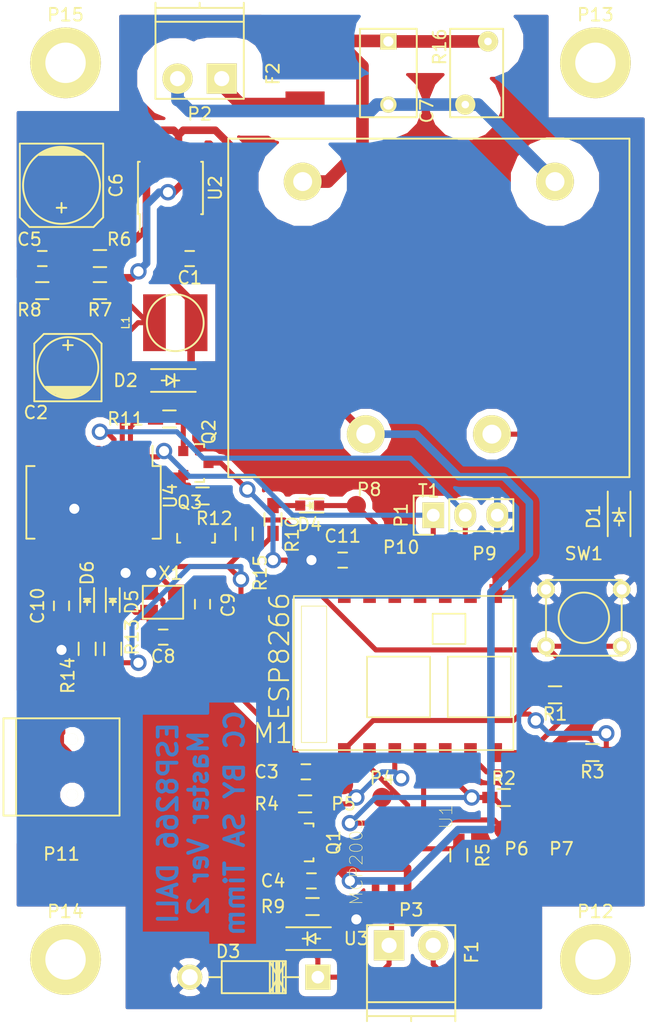
<source format=kicad_pcb>
(kicad_pcb (version 4) (host pcbnew 4.0.2+e4-6225~38~ubuntu14.04.1-stable)
  (layers (0 F.Cu signal) (31 B.Cu signal) (34 B.Paste user hide) (35 F.Paste user hide) (36 B.SilkS user) (37 F.SilkS user) (38 B.Mask user hide) (39 F.Mask user) (44 Edge.Cuts user))
  (net 0 "")
  (net 1 "Net-(C1-Pad1)")
  (net 2 GND)
  (net 3 +3V3)
  (net 4 "Net-(D1-Pad1)")
  (net 5 "Net-(D2-Pad1)")
  (net 6 TXD)
  (net 7 WAKE)
  (net 8 "Net-(Q1-Pad1)")
  (net 9 "Net-(R5-Pad2)")
  (net 10 "Net-(R6-Pad1)")
  (net 11 "Net-(R7-Pad1)")
  (net 12 RXD)
  (net 13 CS)
  (net 14 "Net-(D3-Pad1)")
  (net 15 "Net-(F1-Pad2)")
  (net 16 "Net-(M1-PadGP2)")
  (net 17 "Net-(C4-Pad1)")
  (net 18 "Net-(D4-Pad2)")
  (net 19 "Net-(D4-Pad1)")
  (net 20 +5V)
  (net 21 "Net-(P11-Pad2)")
  (net 22 "Net-(P11-Pad3)")
  (net 23 "Net-(C7-Pad1)")
  (net 24 "Net-(C7-Pad2)")
  (net 25 "Net-(C8-Pad2)")
  (net 26 "Net-(C9-Pad2)")
  (net 27 RST)
  (net 28 FLASH)
  (net 29 "Net-(Q2-Pad1)")
  (net 30 "Net-(Q2-Pad2)")
  (net 31 "Net-(Q3-Pad1)")
  (net 32 "Net-(C10-Pad2)")
  (net 33 "Net-(D5-Pad2)")
  (net 34 "Net-(D5-Pad1)")
  (net 35 "Net-(D6-Pad2)")
  (net 36 "Net-(D6-Pad1)")
  (net 37 "Net-(F2-Pad2)")
  (net 38 URXD)
  (net 39 UTXD)
  (net 40 "Net-(Q1-Pad3)")
  (net 41 "Net-(Q3-Pad2)")
  (module Diodes_SMD:SOD-123 (layer F.Cu) (at 150.876 83.947 270)
    (fp_text reference D1 (at 0 2.032 270) (layer F.SilkS))
    (fp_text value D_Schottky)
    (pad 1 smd rect (at -1.635 0 270) (size 0.91 1.22) (layers F.Cu F.Paste F.Mask) (net 4 "Net-(D1-Pad1)"))
    (pad 2 smd rect (at 1.635 0 270) (size 0.91 1.22) (layers F.Cu F.Paste F.Mask) (net 2 GND))
  )
  (module Diodes_SMD:SOD-123 (layer F.Cu) (at 115.316 73.152 180)
    (fp_text reference D2 (at 3.556 0 180) (layer F.SilkS))
    (fp_text value D_Schottky)
    (pad 1 smd rect (at -1.635 0 180) (size 0.91 1.22) (layers F.Cu F.Paste F.Mask) (net 5 "Net-(D2-Pad1)"))
    (pad 2 smd rect (at 1.635 0 180) (size 0.91 1.22) (layers F.Cu F.Paste F.Mask) (net 2 GND))
  )
  (module MCP2003:SO-08 (layer F.Cu) (at 133.477 111.312 180)
    (fp_text reference U1 (at -3.683 3.616 270) (layer F.SilkS) (effects (font (thickness 0.05))))
    (fp_text value MCP2003 (at 3.429 0.06 270) (layer F.SilkS) (effects (font (thickness 0.05))))
    (pad 2 smd rect (at -0.635 2.6 180) (size 0.6 2.2) (layers F.Cu F.Paste F.Mask) (net 13 CS))
    (pad 7 smd rect (at -0.635 -2.6 180) (size 0.6 2.2) (layers F.Cu F.Paste F.Mask) (net 17 "Net-(C4-Pad1)"))
    (pad 1 smd rect (at -1.905 2.6 180) (size 0.6 2.2) (layers F.Cu F.Paste F.Mask) (net 12 RXD))
    (pad 3 smd rect (at 0.635 2.6 180) (size 0.6 2.2) (layers F.Cu F.Paste F.Mask) (net 40 "Net-(Q1-Pad3)"))
    (pad 4 smd rect (at 1.905 2.6 180) (size 0.6 2.2) (layers F.Cu F.Paste F.Mask) (net 6 TXD))
    (pad 8 smd rect (at -1.905 -2.6 180) (size 0.6 2.2) (layers F.Cu F.Paste F.Mask) (net 9 "Net-(R5-Pad2)"))
    (pad 6 smd rect (at 0.635 -2.6 180) (size 0.6 2.2) (layers F.Cu F.Paste F.Mask) (net 14 "Net-(D3-Pad1)"))
    (pad 5 smd rect (at 1.905 -2.6 180) (size 0.6 2.2) (layers F.Cu F.Paste F.Mask) (net 2 GND))
  )
  (module Housings_SOIC:SOIC-8_3.9x4.9mm_Pitch1.27mm (layer F.Cu) (at 115.316 57.912 90)
    (fp_text reference U2 (at 0 3.556 90) (layer F.SilkS))
    (fp_text value MC34063)
    (pad 1 smd rect (at -2.7 -1.905 90) (size 1.55 0.6) (layers F.Cu F.Paste F.Mask) (net 10 "Net-(R6-Pad1)"))
    (pad 2 smd rect (at -2.7 -0.635 90) (size 1.55 0.6) (layers F.Cu F.Paste F.Mask) (net 5 "Net-(D2-Pad1)"))
    (pad 3 smd rect (at -2.7 0.635 90) (size 1.55 0.6) (layers F.Cu F.Paste F.Mask) (net 1 "Net-(C1-Pad1)"))
    (pad 4 smd rect (at -2.7 1.905 90) (size 1.55 0.6) (layers F.Cu F.Paste F.Mask) (net 2 GND))
    (pad 5 smd rect (at 2.7 1.905 90) (size 1.55 0.6) (layers F.Cu F.Paste F.Mask) (net 11 "Net-(R7-Pad1)"))
    (pad 6 smd rect (at 2.7 0.635 90) (size 1.55 0.6) (layers F.Cu F.Paste F.Mask) (net 17 "Net-(C4-Pad1)"))
    (pad 7 smd rect (at 2.7 -0.635 90) (size 1.55 0.6) (layers F.Cu F.Paste F.Mask) (net 10 "Net-(R6-Pad1)"))
    (pad 8 smd rect (at 2.7 -1.905 90) (size 1.55 0.6) (layers F.Cu F.Paste F.Mask) (net 10 "Net-(R6-Pad1)"))
  )
  (module Pin_Headers:Pin_Header_Straight_1x03 (layer F.Cu) (at 136.144 83.82 90)
    (fp_text reference P1 (at 0 -2.54 90) (layer F.SilkS))
    (fp_text value CONN_01X03)
    (pad 1 thru_hole rect (at 0 0 90) (size 2.032 1.7272) (drill 1.016) (layers *.Cu *.Mask F.SilkS) (net 38 URXD))
    (pad 2 thru_hole oval (at 0 2.54 90) (size 2.032 1.7272) (drill 1.016) (layers *.Cu *.Mask F.SilkS) (net 39 UTXD))
    (pad 3 thru_hole oval (at 0 5.08 90) (size 2.032 1.7272) (drill 1.016) (layers *.Cu *.Mask F.SilkS) (net 2 GND))
  )
  (module TO_SOT_Packages_SMD:SOT-23 (layer F.Cu) (at 126.00178 109.728 270)
    (fp_text reference Q1 (at 0 -2.25 270) (layer F.SilkS))
    (fp_text value Q_NPN_BEC)
    (pad 1 smd rect (at -0.95 1.00076 270) (size 0.8001 0.8001) (layers F.Cu F.Paste F.Mask) (net 8 "Net-(Q1-Pad1)"))
    (pad 2 smd rect (at 0.95 1.00076 270) (size 0.8001 0.8001) (layers F.Cu F.Paste F.Mask) (net 2 GND))
    (pad 3 smd rect (at 0 -0.99822 270) (size 0.8001 0.8001) (layers F.Cu F.Paste F.Mask) (net 40 "Net-(Q1-Pad3)"))
  )
  (module Measurement_Points:Measurement_Point_Round-SMD-Pad_Small (layer F.Cu) (at 132.08 106.172)
    (fp_text reference P4 (at 0 -1.524) (layer F.SilkS))
    (fp_text value TST)
    (pad 1 smd circle (at 0 0) (size 1.524 1.524) (layers F.Cu F.Paste F.Mask) (net 13 CS))
  )
  (module Measurement_Points:Measurement_Point_Round-SMD-Pad_Small (layer F.Cu) (at 129.032 105.156)
    (fp_text reference P5 (at 0 1.524) (layer F.SilkS))
    (fp_text value TST)
    (pad 1 smd circle (at 0 0) (size 1.524 1.524) (layers F.Cu F.Paste F.Mask) (net 7 WAKE))
  )
  (module Measurement_Points:Measurement_Point_Round-SMD-Pad_Small (layer F.Cu) (at 141.732 108.712)
    (fp_text reference P6 (at 1.016 1.524) (layer F.SilkS))
    (fp_text value TST)
    (pad 1 smd circle (at 0 0) (size 1.524 1.524) (layers F.Cu F.Paste F.Mask) (net 12 RXD))
  )
  (module Measurement_Points:Measurement_Point_Round-SMD-Pad_Small (layer F.Cu) (at 144.78 108.712)
    (fp_text reference P7 (at 1.524 1.524) (layer F.SilkS))
    (fp_text value TST)
    (pad 1 smd circle (at 0 0) (size 1.524 1.524) (layers F.Cu F.Paste F.Mask) (net 6 TXD))
  )
  (module Measurement_Points:Measurement_Point_Round-SMD-Pad_Small (layer F.Cu) (at 130.048 83.058)
    (fp_text reference P8 (at 1.016 -1.27) (layer F.SilkS))
    (fp_text value TST)
    (pad 1 smd circle (at 0 0) (size 1.524 1.524) (layers F.Cu F.Paste F.Mask) (net 19 "Net-(D4-Pad1)"))
  )
  (module Measurement_Points:Measurement_Point_Round-SMD-Pad_Small (layer F.Cu) (at 138.176 86.868)
    (fp_text reference P9 (at 2.032 0) (layer F.SilkS))
    (fp_text value TST)
    (pad 1 smd circle (at 0 0) (size 1.524 1.524) (layers F.Cu F.Paste F.Mask) (net 39 UTXD))
  )
  (module Measurement_Points:Measurement_Point_Round-SMD-Pad_Small (layer F.Cu) (at 135.636 86.995)
    (fp_text reference P10 (at -2.032 -0.635) (layer F.SilkS))
    (fp_text value TST)
    (pad 1 smd circle (at 0 0) (size 1.524 1.524) (layers F.Cu F.Paste F.Mask) (net 38 URXD))
  )
  (module Diodes_SMD:SOD-123 (layer F.Cu) (at 126.492 117.348)
    (fp_text reference U3 (at 3.556 0) (layer F.SilkS))
    (fp_text value CRD)
    (pad 1 smd rect (at -1.635 0) (size 0.91 1.22) (layers F.Cu F.Paste F.Mask) (net 14 "Net-(D3-Pad1)"))
    (pad 2 smd rect (at 1.635 0) (size 0.91 1.22) (layers F.Cu F.Paste F.Mask) (net 17 "Net-(C4-Pad1)"))
  )
  (module LEDs:LED_0603 (layer F.Cu) (at 126.3523 83.058 180)
    (fp_text reference D4 (at 0 -1.5 180) (layer F.SilkS))
    (fp_text value LED)
    (pad 2 smd rect (at 0.7493 0) (size 0.79756 0.79756) (layers F.Cu F.Paste F.Mask) (net 18 "Net-(D4-Pad2)"))
    (pad 1 smd rect (at -0.7493 0) (size 0.79756 0.79756) (layers F.Cu F.Paste F.Mask) (net 19 "Net-(D4-Pad1)"))
  )
  (module Capacitors_SMD:c_elec_6.3x7.7 (layer F.Cu) (at 106.68 57.70118 270)
    (fp_text reference C6 (at 0 -4.318 270) (layer F.SilkS))
    (fp_text value CP)
    (pad 1 smd rect (at 2.75082 0 270) (size 3.59918 1.6002) (layers F.Cu F.Paste F.Mask) (net 17 "Net-(C4-Pad1)"))
    (pad 2 smd rect (at -2.75082 0 270) (size 3.59918 1.6002) (layers F.Cu F.Paste F.Mask) (net 2 GND))
  )
  (module Connect:USB_Mini-B (layer F.Cu) (at 106.68 103.75392)
    (fp_text reference P11 (at 0 6.90118) (layer F.SilkS))
    (fp_text value USB_OTG)
    (pad 1 smd rect (at 3.44932 -1.6002) (size 2.30124 0.50038) (layers F.Cu F.Paste F.Mask) (net 20 +5V))
    (pad 2 smd rect (at 3.44932 -0.8001) (size 2.30124 0.50038) (layers F.Cu F.Paste F.Mask) (net 21 "Net-(P11-Pad2)"))
    (pad 3 smd rect (at 3.44932 0) (size 2.30124 0.50038) (layers F.Cu F.Paste F.Mask) (net 22 "Net-(P11-Pad3)"))
    (pad 4 smd rect (at 3.44932 0.8001) (size 2.30124 0.50038) (layers F.Cu F.Paste F.Mask))
    (pad 5 smd rect (at 3.44932 1.6002) (size 2.30124 0.50038) (layers F.Cu F.Paste F.Mask) (net 2 GND))
    (pad 6 smd rect (at 3.35026 -4.45008) (size 2.49936 1.99898) (layers F.Cu F.Paste F.Mask) (net 2 GND))
    (pad 6 smd rect (at -2.14884 -4.45008) (size 2.49936 1.99898) (layers F.Cu F.Paste F.Mask) (net 2 GND))
    (pad 6 smd rect (at 3.35026 4.45008) (size 2.49936 1.99898) (layers F.Cu F.Paste F.Mask) (net 2 GND))
    (pad 6 smd rect (at -2.14884 4.45008) (size 2.49936 1.99898) (layers F.Cu F.Paste F.Mask) (net 2 GND))
    (pad "" np_thru_hole circle (at 0.8509 -2.19964) (size 0.89916 0.89916) (drill 0.89916) (layers *.Cu *.Mask F.SilkS))
    (pad "" np_thru_hole circle (at 0.8509 2.19964) (size 0.89916 0.89916) (drill 0.89916) (layers *.Cu *.Mask F.SilkS))
  )
  (module Capacitors_ThroughHole:C_Rect_L7_W4.5_P5 (layer F.Cu) (at 132.588 46.308 270)
    (fp_text reference C7 (at 5.508 -3.048 270) (layer F.SilkS))
    (fp_text value C)
    (pad 1 thru_hole rect (at 0 0 270) (size 1.3 1.3) (drill 0.8) (layers *.Cu *.Mask F.SilkS) (net 23 "Net-(C7-Pad1)"))
    (pad 2 thru_hole circle (at 5 0 270) (size 1.3 1.3) (drill 0.8) (layers *.Cu *.Mask F.SilkS) (net 24 "Net-(C7-Pad2)"))
  )
  (module Housings_SSOP:SSOP-28_5.3x10.2mm_Pitch0.65mm (layer F.Cu) (at 109.22 82.804 270)
    (fp_text reference U4 (at -0.508 -6.096 270) (layer F.SilkS))
    (fp_text value FT232RL)
    (pad 1 smd rect (at -3.6 -4.225 270) (size 1.75 0.45) (layers F.Cu F.Paste F.Mask) (net 38 URXD))
    (pad 2 smd rect (at -3.6 -3.575 270) (size 1.75 0.45) (layers F.Cu F.Paste F.Mask) (net 30 "Net-(Q2-Pad2)"))
    (pad 3 smd rect (at -3.6 -2.925 270) (size 1.75 0.45) (layers F.Cu F.Paste F.Mask) (net 41 "Net-(Q3-Pad2)"))
    (pad 4 smd rect (at -3.6 -2.275 270) (size 1.75 0.45) (layers F.Cu F.Paste F.Mask) (net 3 +3V3))
    (pad 5 smd rect (at -3.6 -1.625 270) (size 1.75 0.45) (layers F.Cu F.Paste F.Mask) (net 39 UTXD))
    (pad 6 smd rect (at -3.6 -0.975 270) (size 1.75 0.45) (layers F.Cu F.Paste F.Mask))
    (pad 7 smd rect (at -3.6 -0.325 270) (size 1.75 0.45) (layers F.Cu F.Paste F.Mask) (net 2 GND))
    (pad 8 smd rect (at -3.6 0.325 270) (size 1.75 0.45) (layers F.Cu F.Paste F.Mask))
    (pad 9 smd rect (at -3.6 0.975 270) (size 1.75 0.45) (layers F.Cu F.Paste F.Mask))
    (pad 10 smd rect (at -3.6 1.625 270) (size 1.75 0.45) (layers F.Cu F.Paste F.Mask))
    (pad 11 smd rect (at -3.6 2.275 270) (size 1.75 0.45) (layers F.Cu F.Paste F.Mask))
    (pad 12 smd rect (at -3.6 2.925 270) (size 1.75 0.45) (layers F.Cu F.Paste F.Mask))
    (pad 13 smd rect (at -3.6 3.575 270) (size 1.75 0.45) (layers F.Cu F.Paste F.Mask))
    (pad 14 smd rect (at -3.6 4.225 270) (size 1.75 0.45) (layers F.Cu F.Paste F.Mask))
    (pad 15 smd rect (at 3.6 4.225 270) (size 1.75 0.45) (layers F.Cu F.Paste F.Mask) (net 22 "Net-(P11-Pad3)"))
    (pad 16 smd rect (at 3.6 3.575 270) (size 1.75 0.45) (layers F.Cu F.Paste F.Mask) (net 21 "Net-(P11-Pad2)"))
    (pad 17 smd rect (at 3.6 2.925 270) (size 1.75 0.45) (layers F.Cu F.Paste F.Mask) (net 32 "Net-(C10-Pad2)"))
    (pad 18 smd rect (at 3.6 2.275 270) (size 1.75 0.45) (layers F.Cu F.Paste F.Mask) (net 2 GND))
    (pad 19 smd rect (at 3.6 1.625 270) (size 1.75 0.45) (layers F.Cu F.Paste F.Mask))
    (pad 20 smd rect (at 3.6 0.975 270) (size 1.75 0.45) (layers F.Cu F.Paste F.Mask) (net 20 +5V))
    (pad 21 smd rect (at 3.6 0.325 270) (size 1.75 0.45) (layers F.Cu F.Paste F.Mask) (net 2 GND))
    (pad 22 smd rect (at 3.6 -0.325 270) (size 1.75 0.45) (layers F.Cu F.Paste F.Mask) (net 36 "Net-(D6-Pad1)"))
    (pad 23 smd rect (at 3.6 -0.975 270) (size 1.75 0.45) (layers F.Cu F.Paste F.Mask) (net 34 "Net-(D5-Pad1)"))
    (pad 24 smd rect (at 3.6 -1.625 270) (size 1.75 0.45) (layers F.Cu F.Paste F.Mask))
    (pad 25 smd rect (at 3.6 -2.275 270) (size 1.75 0.45) (layers F.Cu F.Paste F.Mask) (net 2 GND))
    (pad 26 smd rect (at 3.6 -2.925 270) (size 1.75 0.45) (layers F.Cu F.Paste F.Mask) (net 2 GND))
    (pad 27 smd rect (at 3.6 -3.575 270) (size 1.75 0.45) (layers F.Cu F.Paste F.Mask) (net 25 "Net-(C8-Pad2)"))
    (pad 28 smd rect (at 3.6 -4.225 270) (size 1.75 0.45) (layers F.Cu F.Paste F.Mask) (net 26 "Net-(C9-Pad2)"))
  )
  (module TO_SOT_Packages_SMD:SOT-23 (layer F.Cu) (at 117.33276 79.69 270)
    (fp_text reference Q2 (at -2.474 -1.03124 270) (layer F.SilkS))
    (fp_text value Q_NPN_BEC)
    (pad 1 smd rect (at -0.95 1.00076 270) (size 0.8001 0.8001) (layers F.Cu F.Paste F.Mask) (net 29 "Net-(Q2-Pad1)"))
    (pad 2 smd rect (at 0.95 1.00076 270) (size 0.8001 0.8001) (layers F.Cu F.Paste F.Mask) (net 30 "Net-(Q2-Pad2)"))
    (pad 3 smd rect (at 0 -0.99822 270) (size 0.8001 0.8001) (layers F.Cu F.Paste F.Mask) (net 28 FLASH))
  )
  (module TO_SOT_Packages_SMD:SOT-23 (layer F.Cu) (at 117.348 85.344 180)
    (fp_text reference Q3 (at 0.508 2.54 180) (layer F.SilkS))
    (fp_text value Q_NPN_BEC)
    (pad 1 smd rect (at -0.95 1.00076 180) (size 0.8001 0.8001) (layers F.Cu F.Paste F.Mask) (net 31 "Net-(Q3-Pad1)"))
    (pad 2 smd rect (at 0.95 1.00076 180) (size 0.8001 0.8001) (layers F.Cu F.Paste F.Mask) (net 41 "Net-(Q3-Pad2)"))
    (pad 3 smd rect (at 0 -0.99822 180) (size 0.8001 0.8001) (layers F.Cu F.Paste F.Mask) (net 27 RST))
  )
  (module LEDs:LED_0603 (layer F.Cu) (at 110.744 90.6907 270)
    (fp_text reference D5 (at 0 -1.5 270) (layer F.SilkS))
    (fp_text value LED)
    (pad 2 smd rect (at 0.7493 0 90) (size 0.79756 0.79756) (layers F.Cu F.Paste F.Mask) (net 33 "Net-(D5-Pad2)"))
    (pad 1 smd rect (at -0.7493 0 90) (size 0.79756 0.79756) (layers F.Cu F.Paste F.Mask) (net 34 "Net-(D5-Pad1)"))
  )
  (module LEDs:LED_0603 (layer F.Cu) (at 108.712 90.6907 270)
    (fp_text reference D6 (at -2.2987 0 270) (layer F.SilkS))
    (fp_text value LED)
    (pad 2 smd rect (at 0.7493 0 90) (size 0.79756 0.79756) (layers F.Cu F.Paste F.Mask) (net 35 "Net-(D6-Pad2)"))
    (pad 1 smd rect (at -0.7493 0 90) (size 0.79756 0.79756) (layers F.Cu F.Paste F.Mask) (net 36 "Net-(D6-Pad1)"))
  )
  (module Capacitors_SMD:C_0603_HandSoldering (layer F.Cu) (at 126.05 104.14 180)
    (fp_text reference C3 (at 3.114 0 180) (layer F.SilkS))
    (fp_text value 100nF)
    (pad 1 smd rect (at -0.95 0 180) (size 1.2 0.75) (layers F.Cu F.Paste F.Mask) (net 3 +3V3))
    (pad 2 smd rect (at 0.95 0 180) (size 1.2 0.75) (layers F.Cu F.Paste F.Mask) (net 2 GND))
  )
  (module Capacitors_SMD:C_0603_HandSoldering (layer F.Cu) (at 126.492 112.776 180)
    (fp_text reference C4 (at 3.048 0 180) (layer F.SilkS))
    (fp_text value C)
    (pad 1 smd rect (at -0.95 0 180) (size 1.2 0.75) (layers F.Cu F.Paste F.Mask) (net 17 "Net-(C4-Pad1)"))
    (pad 2 smd rect (at 0.95 0 180) (size 1.2 0.75) (layers F.Cu F.Paste F.Mask) (net 2 GND))
  )
  (module Capacitors_SMD:C_0603_HandSoldering (layer F.Cu) (at 105.156 63.5)
    (fp_text reference C5 (at -1.016 -1.524) (layer F.SilkS))
    (fp_text value 100n)
    (pad 1 smd rect (at -0.95 0) (size 1.2 0.75) (layers F.Cu F.Paste F.Mask) (net 2 GND))
    (pad 2 smd rect (at 0.95 0) (size 1.2 0.75) (layers F.Cu F.Paste F.Mask) (net 17 "Net-(C4-Pad1)"))
  )
  (module Capacitors_SMD:C_0603_HandSoldering (layer F.Cu) (at 114.742 93.472 180)
    (fp_text reference C8 (at 0 -1.524 180) (layer F.SilkS))
    (fp_text value C)
    (pad 1 smd rect (at -0.95 0 180) (size 1.2 0.75) (layers F.Cu F.Paste F.Mask) (net 2 GND))
    (pad 2 smd rect (at 0.95 0 180) (size 1.2 0.75) (layers F.Cu F.Paste F.Mask) (net 25 "Net-(C8-Pad2)"))
  )
  (module Capacitors_SMD:C_0603_HandSoldering (layer F.Cu) (at 117.856 90.866 90)
    (fp_text reference C9 (at -0.066 2.032 90) (layer F.SilkS))
    (fp_text value C)
    (pad 1 smd rect (at -0.95 0 90) (size 1.2 0.75) (layers F.Cu F.Paste F.Mask) (net 2 GND))
    (pad 2 smd rect (at 0.95 0 90) (size 1.2 0.75) (layers F.Cu F.Paste F.Mask) (net 26 "Net-(C9-Pad2)"))
  )
  (module Capacitors_SMD:C_0603_HandSoldering (layer F.Cu) (at 106.68 90.998 90)
    (fp_text reference C10 (at 0 -1.9 90) (layer F.SilkS))
    (fp_text value C)
    (pad 1 smd rect (at -0.95 0 90) (size 1.2 0.75) (layers F.Cu F.Paste F.Mask) (net 2 GND))
    (pad 2 smd rect (at 0.95 0 90) (size 1.2 0.75) (layers F.Cu F.Paste F.Mask) (net 32 "Net-(C10-Pad2)"))
  )
  (module Capacitors_SMD:C_0603_HandSoldering (layer F.Cu) (at 128.966 87.376)
    (fp_text reference C11 (at 0 -1.9) (layer F.SilkS))
    (fp_text value 470pF)
    (pad 1 smd rect (at -0.95 0) (size 1.2 0.75) (layers F.Cu F.Paste F.Mask) (net 2 GND))
    (pad 2 smd rect (at 0.95 0) (size 1.2 0.75) (layers F.Cu F.Paste F.Mask) (net 27 RST))
  )
  (module Resistors_SMD:R_0603_HandSoldering (layer F.Cu) (at 145.796 98.044)
    (fp_text reference R1 (at 0 1.524) (layer F.SilkS))
    (fp_text value 12k)
    (pad 1 smd rect (at -1.1 0) (size 1.2 0.9) (layers F.Cu F.Paste F.Mask) (net 3 +3V3))
    (pad 2 smd rect (at 1.1 0) (size 1.2 0.9) (layers F.Cu F.Paste F.Mask) (net 28 FLASH))
  )
  (module Resistors_SMD:R_0603_HandSoldering (layer F.Cu) (at 141.732 106.172)
    (fp_text reference R2 (at 0 -1.524) (layer F.SilkS))
    (fp_text value 12k)
    (pad 1 smd rect (at -1.1 0) (size 1.2 0.9) (layers F.Cu F.Paste F.Mask) (net 6 TXD))
    (pad 2 smd rect (at 1.1 0) (size 1.2 0.9) (layers F.Cu F.Paste F.Mask) (net 2 GND))
  )
  (module Resistors_SMD:R_0603_HandSoldering (layer F.Cu) (at 148.76 102.616)
    (fp_text reference R3 (at 0 1.524) (layer F.SilkS))
    (fp_text value 12k)
    (pad 1 smd rect (at -1.1 0) (size 1.2 0.9) (layers F.Cu F.Paste F.Mask) (net 16 "Net-(M1-PadGP2)"))
    (pad 2 smd rect (at 1.1 0) (size 1.2 0.9) (layers F.Cu F.Paste F.Mask) (net 3 +3V3))
  )
  (module Resistors_SMD:R_0603_HandSoldering (layer F.Cu) (at 125.984 106.68 180)
    (fp_text reference R4 (at 3.048 0 180) (layer F.SilkS))
    (fp_text value R)
    (pad 1 smd rect (at -1.1 0 180) (size 1.2 0.9) (layers F.Cu F.Paste F.Mask) (net 7 WAKE))
    (pad 2 smd rect (at 1.1 0 180) (size 1.2 0.9) (layers F.Cu F.Paste F.Mask) (net 8 "Net-(Q1-Pad1)"))
  )
  (module Resistors_SMD:R_0603_HandSoldering (layer F.Cu) (at 138.176 110.744 270)
    (fp_text reference R5 (at 0 -1.9 270) (layer F.SilkS))
    (fp_text value R)
    (pad 1 smd rect (at -1.1 0 270) (size 1.2 0.9) (layers F.Cu F.Paste F.Mask) (net 40 "Net-(Q1-Pad3)"))
    (pad 2 smd rect (at 1.1 0 270) (size 1.2 0.9) (layers F.Cu F.Paste F.Mask) (net 9 "Net-(R5-Pad2)"))
  )
  (module Resistors_SMD:R_0603_HandSoldering (layer F.Cu) (at 109.728 63.5 180)
    (fp_text reference R6 (at -1.524 1.524 180) (layer F.SilkS))
    (fp_text value 1)
    (pad 1 smd rect (at -1.1 0 180) (size 1.2 0.9) (layers F.Cu F.Paste F.Mask) (net 10 "Net-(R6-Pad1)"))
    (pad 2 smd rect (at 1.1 0 180) (size 1.2 0.9) (layers F.Cu F.Paste F.Mask) (net 17 "Net-(C4-Pad1)"))
  )
  (module Resistors_SMD:R_0603_HandSoldering (layer F.Cu) (at 109.728 66.04)
    (fp_text reference R7 (at 0 1.524) (layer F.SilkS))
    (fp_text value 1,8k)
    (pad 1 smd rect (at -1.1 0) (size 1.2 0.9) (layers F.Cu F.Paste F.Mask) (net 11 "Net-(R7-Pad1)"))
    (pad 2 smd rect (at 1.1 0) (size 1.2 0.9) (layers F.Cu F.Paste F.Mask) (net 3 +3V3))
  )
  (module Resistors_SMD:R_0603_HandSoldering (layer F.Cu) (at 105.156 66.04)
    (fp_text reference R8 (at -1.016 1.524) (layer F.SilkS))
    (fp_text value 1k)
    (pad 1 smd rect (at -1.1 0) (size 1.2 0.9) (layers F.Cu F.Paste F.Mask) (net 2 GND))
    (pad 2 smd rect (at 1.1 0) (size 1.2 0.9) (layers F.Cu F.Paste F.Mask) (net 11 "Net-(R7-Pad1)"))
  )
  (module Resistors_SMD:R_0603_HandSoldering (layer F.Cu) (at 126.576 114.808 180)
    (fp_text reference R9 (at 3.132 0 180) (layer F.SilkS))
    (fp_text value R)
    (pad 1 smd rect (at -1.1 0 180) (size 1.2 0.9) (layers F.Cu F.Paste F.Mask) (net 17 "Net-(C4-Pad1)"))
    (pad 2 smd rect (at 1.1 0 180) (size 1.2 0.9) (layers F.Cu F.Paste F.Mask) (net 14 "Net-(D3-Pad1)"))
  )
  (module Resistors_SMD:R_0603_HandSoldering (layer F.Cu) (at 123.444 84.158 90)
    (fp_text reference R10 (at -1.186 1.524 90) (layer F.SilkS))
    (fp_text value 330)
    (pad 1 smd rect (at -1.1 0 90) (size 1.2 0.9) (layers F.Cu F.Paste F.Mask) (net 3 +3V3))
    (pad 2 smd rect (at 1.1 0 90) (size 1.2 0.9) (layers F.Cu F.Paste F.Mask) (net 18 "Net-(D4-Pad2)"))
  )
  (module Resistors_SMD:R_0603_HandSoldering (layer F.Cu) (at 115.232 76.2)
    (fp_text reference R11 (at -3.472 0) (layer F.SilkS))
    (fp_text value 12K)
    (pad 1 smd rect (at -1.1 0) (size 1.2 0.9) (layers F.Cu F.Paste F.Mask) (net 41 "Net-(Q3-Pad2)"))
    (pad 2 smd rect (at 1.1 0) (size 1.2 0.9) (layers F.Cu F.Paste F.Mask) (net 29 "Net-(Q2-Pad1)"))
  )
  (module Resistors_SMD:R_0603_HandSoldering (layer F.Cu) (at 117.856 82.296)
    (fp_text reference R12 (at 0.932 1.778) (layer F.SilkS))
    (fp_text value 12K)
    (pad 1 smd rect (at -1.1 0) (size 1.2 0.9) (layers F.Cu F.Paste F.Mask) (net 30 "Net-(Q2-Pad2)"))
    (pad 2 smd rect (at 1.1 0) (size 1.2 0.9) (layers F.Cu F.Paste F.Mask) (net 31 "Net-(Q3-Pad1)"))
  )
  (module Resistors_SMD:R_0603_HandSoldering (layer F.Cu) (at 110.744 94.404 270)
    (fp_text reference R13 (at -0.932 -1.524 270) (layer F.SilkS))
    (fp_text value 330)
    (pad 1 smd rect (at -1.1 0 270) (size 1.2 0.9) (layers F.Cu F.Paste F.Mask) (net 33 "Net-(D5-Pad2)"))
    (pad 2 smd rect (at 1.1 0 270) (size 1.2 0.9) (layers F.Cu F.Paste F.Mask) (net 3 +3V3))
  )
  (module Resistors_SMD:R_0603_HandSoldering (layer F.Cu) (at 108.712 94.404 270)
    (fp_text reference R14 (at 2.116 1.524 270) (layer F.SilkS))
    (fp_text value 330)
    (pad 1 smd rect (at -1.1 0 270) (size 1.2 0.9) (layers F.Cu F.Paste F.Mask) (net 35 "Net-(D6-Pad2)"))
    (pad 2 smd rect (at 1.1 0 270) (size 1.2 0.9) (layers F.Cu F.Paste F.Mask) (net 3 +3V3))
  )
  (module Resistors_SMD:R_0603_HandSoldering (layer F.Cu) (at 121.158 85.301 270)
    (fp_text reference R15 (at 3.091 -1.27 270) (layer F.SilkS))
    (fp_text value 12k)
    (pad 1 smd rect (at -1.1 0 270) (size 1.2 0.9) (layers F.Cu F.Paste F.Mask) (net 27 RST))
    (pad 2 smd rect (at 1.1 0 270) (size 1.2 0.9) (layers F.Cu F.Paste F.Mask) (net 3 +3V3))
  )
  (module Capacitors_SMD:C_0603_HandSoldering (layer F.Cu) (at 116.84 63.5)
    (fp_text reference C1 (at 0 1.524) (layer F.SilkS))
    (fp_text value 470p)
    (pad 1 smd rect (at -0.95 0) (size 1.2 0.75) (layers F.Cu F.Paste F.Mask) (net 1 "Net-(C1-Pad1)"))
    (pad 2 smd rect (at 0.95 0) (size 1.2 0.75) (layers F.Cu F.Paste F.Mask) (net 2 GND))
  )
  (module ESP8266:ESP8266-ESP-03 (layer F.Cu) (at 125.09754 102.41788)
    (fp_text reference M1 (at -1.65354 -1.32588) (layer F.SilkS))
    (fp_text value ESP8266 (at -1.14554 -7.42188 90) (layer F.SilkS))
    (pad ANT smd rect (at 3.99796 -12.39774 90) (size 1.4986 0.99822) (layers F.Cu F.Paste F.Mask))
    (pad CH_P smd rect (at 5.99948 -12.39774 90) (size 1.4986 0.99822) (layers F.Cu F.Paste F.Mask) (net 27 RST))
    (pad GND smd rect (at 15.99946 -12.39774 90) (size 1.4986 0.99822) (layers F.Cu F.Paste F.Mask) (net 2 GND))
    (pad GP0 smd rect (at 15.99946 0.19812 90) (size 1.4986 0.99822) (layers F.Cu F.Paste F.Mask) (net 28 FLASH))
    (pad GP2 smd rect (at 13.99794 0.19812 90) (size 1.4986 0.99822) (layers F.Cu F.Paste F.Mask) (net 16 "Net-(M1-PadGP2)"))
    (pad GP12 smd rect (at 7.99846 0.19812 90) (size 1.4986 0.99822) (layers F.Cu F.Paste F.Mask) (net 7 WAKE))
    (pad GP13 smd rect (at 9.99998 0.19812 90) (size 1.4986 0.99822) (layers F.Cu F.Paste F.Mask) (net 12 RXD))
    (pad GP14 smd rect (at 5.99948 0.19812 90) (size 1.4986 0.99822) (layers F.Cu F.Paste F.Mask) (net 13 CS))
    (pad GP15 smd rect (at 11.99896 0.19812 90) (size 1.4986 0.99822) (layers F.Cu F.Paste F.Mask) (net 6 TXD))
    (pad GP18 smd rect (at 7.99846 -12.39774 90) (size 1.4986 0.99822) (layers F.Cu F.Paste F.Mask) (net 19 "Net-(D4-Pad1)"))
    (pad NC smd rect (at 13.99794 -12.39774 90) (size 1.4986 0.99822) (layers F.Cu F.Paste F.Mask))
    (pad URXD smd rect (at 9.99998 -12.39774 90) (size 1.4986 0.99822) (layers F.Cu F.Paste F.Mask) (net 38 URXD))
    (pad UTXD smd rect (at 11.99896 -12.39774 90) (size 1.4986 0.99822) (layers F.Cu F.Paste F.Mask) (net 39 UTXD))
    (pad VCC smd rect (at 3.99796 0.19812 90) (size 1.4986 0.99822) (layers F.Cu F.Paste F.Mask) (net 3 +3V3))
  )
  (module Diodes_ThroughHole:Diode_DO-41_SOD81_Horizontal_RM10 (layer F.Cu) (at 127 120.396 180)
    (fp_text reference D3 (at 7.112 2.032 180) (layer F.SilkS))
    (fp_text value ZENER)
    (pad 2 thru_hole circle (at 10.16 -0.00254) (size 1.99898 1.99898) (drill 1.27) (layers *.Cu *.Mask F.SilkS) (net 2 GND))
    (pad 1 thru_hole rect (at 0 -0.00254) (size 1.99898 1.99898) (drill 1.00076) (layers *.Cu *.Mask F.SilkS) (net 14 "Net-(D3-Pad1)"))
  )
  (module Fuse_TE:FUSE_2410 (layer F.Cu) (at 141.732 118.324 270)
    (fp_text reference F1 (at 0.1 2.54 270) (layer F.SilkS))
    (fp_text value F_Small)
    (pad 1 smd rect (at -2.5 0 270) (size 2 3.1) (layers F.Cu F.Paste F.Mask) (net 2 GND))
    (pad 2 smd rect (at 2.5 0 270) (size 2 3.1) (layers F.Cu F.Paste F.Mask) (net 15 "Net-(F1-Pad2)"))
  )
  (module Fuse_TE:FUSE_2410 (layer F.Cu) (at 125.984 48.768 270)
    (fp_text reference F2 (at 0.1 2.54 270) (layer F.SilkS))
    (fp_text value FUSE)
    (pad 1 smd rect (at -2.5 0 270) (size 2 3.1) (layers F.Cu F.Paste F.Mask) (net 23 "Net-(C7-Pad1)"))
    (pad 2 smd rect (at 2.5 0 270) (size 2 3.1) (layers F.Cu F.Paste F.Mask) (net 37 "Net-(F2-Pad2)"))
  )
  (module SDR0403:BOURNS-SDR0403 (layer F.Cu) (at 115.698 68.58 90)
    (fp_text reference L1 (at 0 -3.938 90) (layer F.SilkS) (effects (font (size 0.6 0.6) (thickness 0.1))))
    (fp_text value INDUCTOR)
    (pad 1 smd rect (at 0 -1.65 90) (size 4.5 1.8) (layers F.Cu F.Paste F.Mask) (net 3 +3V3))
    (pad 2 smd rect (at 0 1.65 90) (size 4.5 1.8) (layers F.Cu F.Paste F.Mask) (net 5 "Net-(D2-Pad1)"))
  )
  (module Crystals:crystal_FA238-TSX3225 (layer F.Cu) (at 114.724 90.716)
    (fp_text reference X1 (at 0.592 -2.3) (layer F.SilkS))
    (fp_text value CRYSTAL_SMD)
    (pad 1 smd rect (at -1.1 0.8) (size 1.4 1.2) (layers F.Cu F.Paste F.Mask) (net 25 "Net-(C8-Pad2)"))
    (pad 3 smd rect (at 1.1 0.8) (size 1.4 1.2) (layers F.Cu F.Paste F.Mask) (net 2 GND))
    (pad 3 smd rect (at -1.1 -0.8) (size 1.4 1.2) (layers F.Cu F.Paste F.Mask) (net 2 GND))
    (pad 2 smd rect (at 1.1 -0.8) (size 1.4 1.2) (layers F.Cu F.Paste F.Mask) (net 26 "Net-(C9-Pad2)"))
  )
  (module Capacitors_SMD:c_elec_5x5.3 (layer F.Cu) (at 107.188 72.136 90)
    (fp_text reference C2 (at -3.556 -2.54 180) (layer F.SilkS))
    (fp_text value CP)
    (pad 1 smd rect (at 2.19964 0 90) (size 2.99974 1.6002) (layers F.Cu F.Paste F.Mask) (net 3 +3V3))
    (pad 2 smd rect (at -2.19964 0 90) (size 2.99974 1.6002) (layers F.Cu F.Paste F.Mask) (net 2 GND))
  )
  (module Varistors:RV_Disc_D7_W4.2_P5 (layer F.Cu) (at 140.484 46.308 270)
    (fp_text reference R16 (at 0.428 3.832 270) (layer F.SilkS))
    (fp_text value RVAR)
    (pad 1 thru_hole circle (at 0 0 270) (size 1.6 1.6) (drill 0.6) (layers *.Cu *.Mask F.SilkS) (net 23 "Net-(C7-Pad1)"))
    (pad 2 thru_hole circle (at 5 1.8 270) (size 1.6 1.6) (drill 0.6) (layers *.Cu *.Mask F.SilkS) (net 24 "Net-(C7-Pad2)"))
  )
  (module Mounting_Holes:MountingHole_3.2mm_M3_DIN965_Pad (layer F.Cu) (at 149 119)
    (fp_text reference P12 (at 0 -3.8) (layer F.SilkS))
    (fp_text value CONN_01X01)
    (pad 1 thru_hole circle (at 0 0) (size 5.6 5.6) (drill 3.2) (layers *.Cu *.Mask F.SilkS))
  )
  (module Mounting_Holes:MountingHole_3.2mm_M3_DIN965_Pad (layer F.Cu) (at 149 48)
    (fp_text reference P13 (at 0 -3.8) (layer F.SilkS))
    (fp_text value CONN_01X01)
    (pad 1 thru_hole circle (at 0 0) (size 5.6 5.6) (drill 3.2) (layers *.Cu *.Mask F.SilkS))
  )
  (module Mounting_Holes:MountingHole_3.2mm_M3_DIN965_Pad (layer F.Cu) (at 107 119)
    (fp_text reference P14 (at 0 -3.8) (layer F.SilkS))
    (fp_text value CONN_01X01)
    (pad 1 thru_hole circle (at 0 0) (size 5.6 5.6) (drill 3.2) (layers *.Cu *.Mask F.SilkS))
  )
  (module Mounting_Holes:MountingHole_3.2mm_M3_DIN965_Pad (layer F.Cu) (at 107 48)
    (fp_text reference P15 (at 0 -3.8) (layer F.SilkS))
    (fp_text value CONN_01X01)
    (pad 1 thru_hole circle (at 0 0) (size 5.6 5.6) (drill 3.2) (layers *.Cu *.Mask F.SilkS))
  )
  (module VTX-214-003-115:VTX-214-003-115 (layer F.Cu) (at 135.796 67.404)
    (fp_text reference T1 (at 0 14.5) (layer F.SilkS))
    (fp_text value TRANSFO)
    (pad 1 thru_hole circle (at 10 -10) (size 3 3) (drill 1.5) (layers *.Cu *.Mask F.SilkS) (net 24 "Net-(C7-Pad2)"))
    (pad 2 thru_hole circle (at -10 -10) (size 3 3) (drill 1.5) (layers *.Cu *.Mask F.SilkS) (net 23 "Net-(C7-Pad1)"))
    (pad 3 thru_hole circle (at -5 10) (size 3 3) (drill 1.5) (layers *.Cu *.Mask F.SilkS) (net 17 "Net-(C4-Pad1)"))
    (pad 4 thru_hole circle (at 5 10) (size 3 3) (drill 1.5) (layers *.Cu *.Mask F.SilkS) (net 4 "Net-(D1-Pad1)"))
  )
  (module Taster:SW_PUSH_SMALL (layer F.Cu) (at 148.082 91.948)
    (fp_text reference SW1 (at 0 -5.08) (layer F.SilkS))
    (fp_text value SW_PUSH)
    (pad 1 thru_hole circle (at 3 -2.25) (size 1.397 1.397) (drill 0.8128) (layers *.Cu *.Mask F.SilkS) (net 2 GND))
    (pad 2 thru_hole circle (at 3 2.25) (size 1.397 1.397) (drill 0.8128) (layers *.Cu *.Mask F.SilkS) (net 28 FLASH))
    (pad 1 thru_hole circle (at -3 -2.25) (size 1.397 1.397) (drill 0.8128) (layers *.Cu *.Mask F.SilkS) (net 2 GND))
    (pad 2 thru_hole circle (at -3 2.25) (size 1.397 1.397) (drill 0.8128) (layers *.Cu *.Mask F.SilkS) (net 28 FLASH))
  )
  (module Stecker:TerminalBlock_Pheonix_PT-3.5mm_2pol (layer F.Cu) (at 119.38 47.752 180)
    (fp_text reference P2 (at 1.75 -4.3 180) (layer F.SilkS))
    (fp_text value CONN_01X02)
    (pad 2 thru_hole circle (at 3.5 -1.5 180) (size 2.4 2.4) (drill 1.2) (layers *.Cu *.Mask F.SilkS) (net 24 "Net-(C7-Pad2)"))
    (pad 1 thru_hole rect (at 0 -1.5 180) (size 2.4 2.4) (drill 1.2) (layers *.Cu *.Mask F.SilkS) (net 37 "Net-(F2-Pad2)"))
  )
  (module Stecker:TerminalBlock_Pheonix_PT-3.5mm_2pol (layer F.Cu) (at 132.644 119.38)
    (fp_text reference P3 (at 1.75 -4.3) (layer F.SilkS))
    (fp_text value CONN_01X02)
    (pad 2 thru_hole circle (at 3.5 -1.5) (size 2.4 2.4) (drill 1.2) (layers *.Cu *.Mask F.SilkS) (net 15 "Net-(F1-Pad2)"))
    (pad 1 thru_hole rect (at 0 -1.5) (size 2.4 2.4) (drill 1.2) (layers *.Cu *.Mask F.SilkS) (net 14 "Net-(D3-Pad1)"))
  )
  (gr_text "ESP8266 DALI\nMaster Ver 2" (at 116.332 108.204 90) (layer B.Cu) (effects (font (size 1.5 1.5) (thickness 0.3)) (justify mirror)))
  (gr_text "CC BY SA Timm" (at 120.396 108.204 90) (layer B.Cu) (effects (font (size 1.5 1.5) (thickness 0.3)) (justify mirror)))
  (segment (start 115.89 63.5) (end 115.89 60.673) (width 0.6) (layer F.Cu) (net 1))
  (segment (start 115.89 60.673) (end 115.951 60.612) (width 0.6) (layer F.Cu) (net 1))
  (segment (start 130.048 115.824) (end 130.048 118.364) (width 0.4) (layer B.Cu) (net 2))
  (segment (start 130.048 114.736) (end 130.048 115.824) (width 0.4) (layer F.Cu) (net 2))
  (via (at 130.048 115.824) (size 1.3) (drill 0.8) (layers F.Cu B.Cu) (net 2))
  (segment (start 131.572 113.912) (end 130.872 113.912) (width 0.4) (layer F.Cu) (net 2))
  (segment (start 130.872 113.912) (end 130.048 114.736) (width 0.4) (layer F.Cu) (net 2))
  (via (at 126.492 87.376) (size 1.3) (drill 0.8) (layers F.Cu B.Cu) (net 2))
  (via (at 107.696 83.312) (size 1.3) (drill 0.8) (layers F.Cu B.Cu) (net 2))
  (segment (start 106.68 91.948) (end 106.68 94.488) (width 0.4) (layer F.Cu) (net 2))
  (via (at 106.68 94.488) (size 1.3) (drill 0.8) (layers F.Cu B.Cu) (net 2))
  (segment (start 106.68 93.98) (end 106.68 94.488) (width 0.4) (layer F.Cu) (net 2))
  (segment (start 108.895 86.404) (end 108.895 84.511) (width 0.4) (layer F.Cu) (net 2))
  (segment (start 108.895 84.511) (end 107.696 83.312) (width 0.4) (layer F.Cu) (net 2))
  (segment (start 110.12932 105.35412) (end 111.67994 105.35412) (width 0.4) (layer F.Cu) (net 2))
  (segment (start 111.67994 105.35412) (end 111.98982 105.664) (width 0.4) (layer F.Cu) (net 2))
  (segment (start 111.98982 105.664) (end 111.98982 107.89412) (width 0.4) (layer F.Cu) (net 2))
  (segment (start 111.98982 107.89412) (end 111.67994 108.204) (width 0.4) (layer F.Cu) (net 2))
  (segment (start 111.67994 108.204) (end 110.03026 108.204) (width 0.4) (layer F.Cu) (net 2))
  (segment (start 109.728 80.662) (end 109.728 81.28) (width 0.4) (layer F.Cu) (net 2))
  (segment (start 109.728 81.28) (end 107.696 83.312) (width 0.4) (layer F.Cu) (net 2))
  (segment (start 106.945 84.571) (end 106.945 84.063) (width 0.4) (layer F.Cu) (net 2))
  (segment (start 106.945 84.063) (end 107.696 83.312) (width 0.4) (layer F.Cu) (net 2))
  (segment (start 106.945 86.404) (end 106.945 84.571) (width 0.4) (layer F.Cu) (net 2))
  (segment (start 109.545 79.204) (end 109.545 80.479) (width 0.4) (layer F.Cu) (net 2))
  (segment (start 109.545 80.479) (end 109.728 80.662) (width 0.4) (layer F.Cu) (net 2))
  (segment (start 128.016 87.376) (end 126.492 87.376) (width 0.4) (layer F.Cu) (net 2))
  (segment (start 111.495 86.404) (end 112.145 86.404) (width 0.4) (layer F.Cu) (net 2))
  (segment (start 111.76 88.064) (end 111.76 88.392) (width 0.4) (layer F.Cu) (net 2))
  (via (at 111.76 88.392) (size 1) (drill 0.8) (layers F.Cu B.Cu) (net 2))
  (segment (start 112.145 86.404) (end 112.145 87.679) (width 0.4) (layer F.Cu) (net 2))
  (segment (start 112.145 87.679) (end 111.76 88.064) (width 0.4) (layer F.Cu) (net 2))
  (segment (start 113.792 88.392) (end 113.792 88.9) (width 0.4) (layer B.Cu) (net 2))
  (segment (start 113.792 88.748) (end 113.792 88.392) (width 0.4) (layer F.Cu) (net 2))
  (via (at 113.792 88.392) (size 1) (drill 0.8) (layers F.Cu B.Cu) (net 2))
  (segment (start 113.624 89.916) (end 113.624 88.916) (width 0.4) (layer F.Cu) (net 2))
  (segment (start 113.624 88.916) (end 113.792 88.748) (width 0.4) (layer F.Cu) (net 2))
  (segment (start 115.824 91.516) (end 115.824 93.34) (width 0.4) (layer F.Cu) (net 2))
  (segment (start 115.824 93.34) (end 115.692 93.472) (width 0.4) (layer F.Cu) (net 2))
  (segment (start 115.824 91.516) (end 115.392 91.516) (width 0.4) (layer F.Cu) (net 2))
  (segment (start 114.724001 90.848001) (end 114.724001 90.595999) (width 0.4) (layer F.Cu) (net 2))
  (segment (start 115.392 91.516) (end 114.724001 90.848001) (width 0.4) (layer F.Cu) (net 2))
  (segment (start 114.724001 90.595999) (end 114.044002 89.916) (width 0.4) (layer F.Cu) (net 2))
  (segment (start 114.044002 89.916) (end 113.624 89.916) (width 0.4) (layer F.Cu) (net 2))
  (via (at 144.272 100.076) (size 1.3) (drill 0.8) (layers F.Cu B.Cu) (net 3))
  (via (at 149.86 101.092) (size 1.3) (drill 0.8) (layers F.Cu B.Cu) (net 3))
  (segment (start 110.744 95.504) (end 112.776 95.504) (width 0.4) (layer F.Cu) (net 3))
  (segment (start 108.712 95.504) (end 110.744 95.504) (width 0.4) (layer F.Cu) (net 3))
  (segment (start 112.776 95.504) (end 112.268 94.996) (width 0.4) (layer B.Cu) (net 3))
  (segment (start 112.268 95.504) (end 112.776 95.504) (width 0.4) (layer F.Cu) (net 3))
  (via (at 112.776 95.504) (size 1.3) (drill 0.8) (layers F.Cu B.Cu) (net 3))
  (segment (start 120.904 98.269) (end 120.904 88.9) (width 0.4) (layer F.Cu) (net 3))
  (segment (start 120.904 88.9) (end 120.904 87.884) (width 0.4) (layer B.Cu) (net 3))
  (segment (start 119.888 87.884) (end 120.904 88.9) (width 0.4) (layer F.Cu) (net 3))
  (via (at 120.904 88.9) (size 1.3) (drill 0.8) (layers F.Cu B.Cu) (net 3))
  (segment (start 119.825 87.884) (end 119.888 87.884) (width 0.4) (layer F.Cu) (net 3))
  (segment (start 115.316 87.884) (end 119.825 87.884) (width 0.4) (layer F.Cu) (net 3))
  (segment (start 115.292013 87.860013) (end 115.316 87.884) (width 0.4) (layer F.Cu) (net 3))
  (segment (start 111.495 81.015) (end 115.292013 84.812013) (width 0.4) (layer F.Cu) (net 3))
  (segment (start 111.495 79.204) (end 111.495 81.015) (width 0.4) (layer F.Cu) (net 3))
  (segment (start 115.292013 84.812013) (end 115.292013 87.860013) (width 0.4) (layer F.Cu) (net 3))
  (segment (start 120.904 98.269) (end 126.775 104.14) (width 0.4) (layer F.Cu) (net 3))
  (segment (start 126.775 104.14) (end 127 104.14) (width 0.4) (layer F.Cu) (net 3))
  (segment (start 127 104.14) (end 127.5715 104.14) (width 0.4) (layer F.Cu) (net 3))
  (segment (start 127.5715 104.14) (end 129.0955 102.616) (width 0.4) (layer F.Cu) (net 3))
  (segment (start 144.546 98.044) (end 143.022 99.568) (width 0.4) (layer F.Cu) (net 3))
  (segment (start 143.022 99.568) (end 142.514 100.076) (width 0.4) (layer F.Cu) (net 3))
  (segment (start 144.272 100.076) (end 143.764 99.568) (width 0.4) (layer F.Cu) (net 3))
  (segment (start 143.764 99.568) (end 143.022 99.568) (width 0.4) (layer F.Cu) (net 3))
  (segment (start 145.288 101.092) (end 144.272 100.076) (width 0.4) (layer B.Cu) (net 3))
  (segment (start 149.86 101.092) (end 145.288 101.092) (width 0.4) (layer B.Cu) (net 3))
  (segment (start 149.86 101.766) (end 149.86 101.092) (width 0.4) (layer F.Cu) (net 3))
  (segment (start 149.86 102.616) (end 149.86 101.766) (width 0.4) (layer F.Cu) (net 3))
  (segment (start 116.84 87.884) (end 120.904 87.884) (width 0.4) (layer B.Cu) (net 3))
  (segment (start 112.268 92.456) (end 116.84 87.884) (width 0.4) (layer B.Cu) (net 3))
  (segment (start 112.268 94.996) (end 112.268 92.456) (width 0.4) (layer B.Cu) (net 3))
  (segment (start 142.514 100.076) (end 131.38531 100.076) (width 0.4) (layer F.Cu) (net 3))
  (segment (start 131.38531 100.076) (end 129.0955 102.36581) (width 0.4) (layer F.Cu) (net 3))
  (segment (start 129.0955 102.36581) (end 129.0955 102.616) (width 0.4) (layer F.Cu) (net 3))
  (segment (start 144.696 98.044) (end 144.546 98.044) (width 0.4) (layer F.Cu) (net 3))
  (segment (start 121.158 86.551) (end 121.158 86.401) (width 0.4) (layer F.Cu) (net 3))
  (segment (start 119.825 87.884) (end 121.158 86.551) (width 0.4) (layer F.Cu) (net 3))
  (segment (start 123.444 85.258) (end 123.444 85.408) (width 0.4) (layer F.Cu) (net 3))
  (segment (start 123.444 85.408) (end 122.451 86.401) (width 0.4) (layer F.Cu) (net 3))
  (segment (start 122.451 86.401) (end 121.158 86.401) (width 0.4) (layer F.Cu) (net 3))
  (segment (start 111.495 79.204) (end 111.495 69.833) (width 0.4) (layer F.Cu) (net 3))
  (segment (start 111.495 69.833) (end 112.748 68.58) (width 0.4) (layer F.Cu) (net 3))
  (segment (start 112.748 68.58) (end 114.048 68.58) (width 0.4) (layer F.Cu) (net 3))
  (segment (start 107.188 69.93636) (end 108.3881 69.93636) (width 0.4) (layer F.Cu) (net 3))
  (segment (start 108.3881 69.93636) (end 110.828 67.49646) (width 0.4) (layer F.Cu) (net 3))
  (segment (start 110.828 67.49646) (end 110.828 66.89) (width 0.4) (layer F.Cu) (net 3))
  (segment (start 110.828 66.89) (end 110.828 66.04) (width 0.4) (layer F.Cu) (net 3))
  (segment (start 110.828 66.04) (end 110.978 66.04) (width 0.4) (layer F.Cu) (net 3))
  (segment (start 110.978 66.04) (end 113.518 68.58) (width 0.4) (layer F.Cu) (net 3))
  (segment (start 113.518 68.58) (end 114.048 68.58) (width 0.4) (layer F.Cu) (net 3))
  (segment (start 140.796 77.404) (end 146.823 77.404) (width 0.4) (layer F.Cu) (net 4))
  (segment (start 146.823 77.404) (end 150.876 81.457) (width 0.4) (layer F.Cu) (net 4))
  (segment (start 150.876 81.457) (end 150.876 82.312) (width 0.4) (layer F.Cu) (net 4))
  (segment (start 116.951 73.152) (end 116.951 68.977) (width 0.6) (layer F.Cu) (net 5))
  (segment (start 116.951 68.977) (end 117.348 68.58) (width 0.6) (layer F.Cu) (net 5))
  (segment (start 114.681 60.612) (end 114.681 64.563) (width 0.6) (layer F.Cu) (net 5))
  (segment (start 114.681 64.563) (end 117.348 67.23) (width 0.6) (layer F.Cu) (net 5))
  (segment (start 117.348 67.23) (end 117.348 68.58) (width 0.6) (layer F.Cu) (net 5))
  (segment (start 137.0965 102.616) (end 137.0965 104.0765) (width 0.4) (layer F.Cu) (net 6))
  (segment (start 137.0965 104.0765) (end 139.192 106.172) (width 0.4) (layer F.Cu) (net 6))
  (via (at 129.54 108.204) (size 1.3) (drill 0.8) (layers F.Cu B.Cu) (net 6))
  (via (at 139.192 106.172) (size 1.3) (drill 0.8) (layers F.Cu B.Cu) (net 6))
  (segment (start 140.632 106.172) (end 140.911762 106.172) (width 0.4) (layer F.Cu) (net 6))
  (segment (start 140.911762 106.172) (end 143.451762 108.712) (width 0.4) (layer F.Cu) (net 6))
  (segment (start 143.451762 108.712) (end 143.70237 108.712) (width 0.4) (layer F.Cu) (net 6))
  (segment (start 143.70237 108.712) (end 144.78 108.712) (width 0.4) (layer F.Cu) (net 6))
  (segment (start 129.54 108.204) (end 131.064 108.204) (width 0.4) (layer F.Cu) (net 6))
  (segment (start 131.064 108.204) (end 131.572 108.712) (width 0.4) (layer F.Cu) (net 6))
  (segment (start 131.572 106.172) (end 129.54 108.204) (width 0.4) (layer B.Cu) (net 6))
  (segment (start 139.192 106.172) (end 131.572 106.172) (width 0.4) (layer B.Cu) (net 6))
  (segment (start 140.632 106.172) (end 139.192 106.172) (width 0.4) (layer F.Cu) (net 6))
  (segment (start 137.0965 102.616) (end 137.0965 102.86619) (width 0.4) (layer F.Cu) (net 6))
  (segment (start 140.40231 106.172) (end 140.632 106.172) (width 0.4) (layer F.Cu) (net 6))
  (segment (start 130.048 106.172) (end 129.032 105.156) (width 0.4) (layer F.Cu) (net 7))
  (segment (start 129.54 106.68) (end 130.048 106.172) (width 0.4) (layer F.Cu) (net 7))
  (segment (start 130.556 105.664) (end 130.048 106.172) (width 0.4) (layer B.Cu) (net 7))
  (via (at 130.048 106.172) (size 1.3) (drill 0.8) (layers F.Cu B.Cu) (net 7))
  (segment (start 133.604 104.648) (end 133.096 104.14) (width 0.4) (layer F.Cu) (net 7))
  (segment (start 133.096 104.14) (end 133.604 104.648) (width 0.4) (layer B.Cu) (net 7))
  (via (at 133.604 104.648) (size 1.3) (drill 0.8) (layers F.Cu B.Cu) (net 7))
  (segment (start 133.096 104.14) (end 133.096 102.616) (width 0.4) (layer F.Cu) (net 7))
  (segment (start 132.08 104.14) (end 133.096 104.14) (width 0.4) (layer B.Cu) (net 7))
  (segment (start 130.556 105.664) (end 132.08 104.14) (width 0.4) (layer B.Cu) (net 7))
  (segment (start 127.084 106.68) (end 129.54 106.68) (width 0.4) (layer F.Cu) (net 7))
  (segment (start 124.884 106.68) (end 124.884 108.66098) (width 0.4) (layer F.Cu) (net 8))
  (segment (start 124.884 108.66098) (end 125.00102 108.778) (width 0.4) (layer F.Cu) (net 8))
  (segment (start 138.176 111.844) (end 137.45 111.844) (width 0.4) (layer F.Cu) (net 9))
  (segment (start 137.45 111.844) (end 135.382 113.912) (width 0.4) (layer F.Cu) (net 9))
  (segment (start 113.411 60.612) (end 113.411 55.212) (width 0.6) (layer F.Cu) (net 10))
  (segment (start 114.681 55.212) (end 113.411 55.212) (width 0.6) (layer F.Cu) (net 10))
  (segment (start 110.828 63.5) (end 110.998 63.5) (width 0.6) (layer F.Cu) (net 10))
  (segment (start 110.998 63.5) (end 113.411 61.087) (width 0.6) (layer F.Cu) (net 10))
  (segment (start 113.411 61.087) (end 113.411 60.612) (width 0.6) (layer F.Cu) (net 10))
  (segment (start 115.118126 58.245889) (end 114.41102 58.245889) (width 0.6) (layer B.Cu) (net 11))
  (segment (start 114.41102 58.245889) (end 113.425999 59.23091) (width 0.6) (layer B.Cu) (net 11))
  (segment (start 113.425999 59.23091) (end 113.425999 63.866001) (width 0.6) (layer B.Cu) (net 11))
  (segment (start 113.425999 63.866001) (end 112.776 64.516) (width 0.6) (layer B.Cu) (net 11))
  (via (at 115.118126 58.245889) (size 1.3) (drill 0.8) (layers F.Cu B.Cu) (net 11))
  (via (at 112.776 64.516) (size 1.3) (drill 0.8) (layers F.Cu B.Cu) (net 11))
  (segment (start 108.712 65.024) (end 112.268 65.024) (width 0.6) (layer F.Cu) (net 11))
  (segment (start 112.268 65.024) (end 112.776 64.516) (width 0.6) (layer F.Cu) (net 11))
  (segment (start 108.628 65.108) (end 108.712 65.024) (width 0.6) (layer F.Cu) (net 11))
  (segment (start 108.628 66.04) (end 108.628 65.108) (width 0.6) (layer F.Cu) (net 11))
  (segment (start 115.562111 58.245889) (end 115.118126 58.245889) (width 0.6) (layer F.Cu) (net 11))
  (segment (start 117.221 56.587) (end 115.562111 58.245889) (width 0.6) (layer F.Cu) (net 11))
  (segment (start 117.221 55.212) (end 117.221 56.587) (width 0.6) (layer F.Cu) (net 11))
  (segment (start 106.256 66.04) (end 108.628 66.04) (width 0.6) (layer F.Cu) (net 11))
  (segment (start 135.382 104.394) (end 135.09752 104.10952) (width 0.4) (layer F.Cu) (net 12))
  (segment (start 135.09752 104.10952) (end 135.09752 102.616) (width 0.4) (layer F.Cu) (net 12))
  (segment (start 135.382 108.712) (end 135.382 104.394) (width 0.4) (layer F.Cu) (net 12))
  (segment (start 135.382 108.712) (end 136.082 108.712) (width 0.4) (layer F.Cu) (net 12))
  (segment (start 136.082 108.712) (end 136.843999 107.950001) (width 0.4) (layer F.Cu) (net 12))
  (segment (start 136.843999 107.950001) (end 140.970001 107.950001) (width 0.4) (layer F.Cu) (net 12))
  (segment (start 140.970001 107.950001) (end 141.732 108.712) (width 0.4) (layer F.Cu) (net 12))
  (segment (start 131.09702 103.7653) (end 132.99572 105.664) (width 0.4) (layer F.Cu) (net 13))
  (segment (start 132.99572 105.664) (end 134.112 106.78028) (width 0.4) (layer F.Cu) (net 13))
  (segment (start 132.08 106.172) (end 132.48772 106.172) (width 0.4) (layer F.Cu) (net 13))
  (segment (start 132.48772 106.172) (end 132.99572 105.664) (width 0.4) (layer F.Cu) (net 13))
  (segment (start 131.09702 102.616) (end 131.09702 103.7653) (width 0.4) (layer F.Cu) (net 13))
  (segment (start 134.112 106.78028) (end 134.112 107.212) (width 0.4) (layer F.Cu) (net 13))
  (segment (start 134.112 107.212) (end 134.112 108.712) (width 0.4) (layer F.Cu) (net 13))
  (segment (start 132.644 119.38) (end 132.644 117.88) (width 0.4) (layer F.Cu) (net 14))
  (segment (start 132.842 113.912) (end 132.842 117.682) (width 0.4) (layer F.Cu) (net 14))
  (segment (start 132.842 117.682) (end 132.644 117.88) (width 0.4) (layer F.Cu) (net 14))
  (segment (start 127 118.872) (end 125.476 117.348) (width 0.4) (layer F.Cu) (net 14))
  (segment (start 127 120.39854) (end 127 118.872) (width 0.4) (layer F.Cu) (net 14))
  (segment (start 125.34895 117.348) (end 124.857 117.348) (width 0.4) (layer F.Cu) (net 14))
  (segment (start 127 120.39854) (end 131.62546 120.39854) (width 0.4) (layer F.Cu) (net 14))
  (segment (start 131.62546 120.39854) (end 132.644 119.38) (width 0.4) (layer F.Cu) (net 14))
  (segment (start 125.476 114.808) (end 125.476 116.729) (width 0.4) (layer F.Cu) (net 14))
  (segment (start 125.476 116.729) (end 124.857 117.348) (width 0.4) (layer F.Cu) (net 14))
  (segment (start 136.144 119.38) (end 137.588 120.824) (width 0.4) (layer F.Cu) (net 15))
  (segment (start 137.588 120.824) (end 141.732 120.824) (width 0.4) (layer F.Cu) (net 15))
  (segment (start 136.144 119.38) (end 136.144 117.88) (width 0.4) (layer F.Cu) (net 15))
  (segment (start 139.09548 102.616) (end 139.09548 102.86619) (width 0.4) (layer F.Cu) (net 16))
  (segment (start 139.09548 102.86619) (end 140.36929 104.14) (width 0.4) (layer F.Cu) (net 16))
  (segment (start 140.36929 104.14) (end 145.986 104.14) (width 0.4) (layer F.Cu) (net 16))
  (segment (start 145.986 104.14) (end 147.51 102.616) (width 0.4) (layer F.Cu) (net 16))
  (segment (start 147.51 102.616) (end 147.66 102.616) (width 0.4) (layer F.Cu) (net 16))
  (segment (start 129.54 112.776) (end 134.052022 112.776) (width 0.6) (layer B.Cu) (net 17))
  (segment (start 134.052022 112.776) (end 138.116022 108.712) (width 0.6) (layer B.Cu) (net 17))
  (segment (start 138.116022 108.712) (end 140.716 108.712) (width 0.6) (layer B.Cu) (net 17))
  (segment (start 141.732 80.772) (end 138.176 80.772) (width 0.6) (layer B.Cu) (net 17))
  (segment (start 140.716 108.712) (end 140.716 89.916) (width 0.6) (layer B.Cu) (net 17))
  (segment (start 140.716 89.916) (end 143.764 86.868) (width 0.6) (layer B.Cu) (net 17))
  (segment (start 143.764 86.868) (end 143.764 82.804) (width 0.6) (layer B.Cu) (net 17))
  (segment (start 143.764 82.804) (end 141.732 80.772) (width 0.6) (layer B.Cu) (net 17))
  (segment (start 138.176 80.772) (end 134.808 77.404) (width 0.6) (layer B.Cu) (net 17))
  (segment (start 134.808 77.404) (end 130.796 77.404) (width 0.6) (layer B.Cu) (net 17))
  (segment (start 128.127 115.259) (end 128.127 117.348) (width 0.6) (layer F.Cu) (net 17))
  (via (at 129.54 112.776) (size 1.3) (drill 0.8) (layers F.Cu B.Cu) (net 17))
  (segment (start 128.683 111.76) (end 128.683 111.919) (width 0.6) (layer F.Cu) (net 17))
  (segment (start 128.683 111.919) (end 129.54 112.776) (width 0.6) (layer F.Cu) (net 17))
  (segment (start 106.68 60.452) (end 109.728 60.452) (width 0.6) (layer F.Cu) (net 17))
  (segment (start 109.728 60.452) (end 111.76 58.42) (width 0.6) (layer F.Cu) (net 17))
  (segment (start 111.76 58.42) (end 111.76 53.848) (width 0.6) (layer F.Cu) (net 17))
  (segment (start 111.76 53.848) (end 112.268 53.34) (width 0.6) (layer F.Cu) (net 17))
  (segment (start 112.268 53.34) (end 115.57 53.34) (width 0.6) (layer F.Cu) (net 17))
  (segment (start 115.57 53.34) (end 115.951 53.721) (width 0.6) (layer F.Cu) (net 17))
  (segment (start 106.68 60.452) (end 106.68 62.926) (width 0.6) (layer F.Cu) (net 17))
  (segment (start 106.68 62.926) (end 106.106 63.5) (width 0.6) (layer F.Cu) (net 17))
  (segment (start 115.951 55.212) (end 115.951 54.506998) (width 0.6) (layer F.Cu) (net 17))
  (segment (start 128.127 115.259) (end 127.676 114.808) (width 0.6) (layer F.Cu) (net 17))
  (segment (start 127.442 112.776) (end 127.442 114.574) (width 0.6) (layer F.Cu) (net 17))
  (segment (start 127.442 114.574) (end 127.676 114.808) (width 0.6) (layer F.Cu) (net 17))
  (segment (start 134.112 113.912) (end 134.112 111.76) (width 0.6) (layer F.Cu) (net 17))
  (segment (start 134.112 111.76) (end 128.683 111.76) (width 0.6) (layer F.Cu) (net 17))
  (segment (start 128.683 111.76) (end 127.667 112.776) (width 0.6) (layer F.Cu) (net 17))
  (segment (start 127.667 112.776) (end 127.442 112.776) (width 0.6) (layer F.Cu) (net 17))
  (segment (start 115.951 55.212) (end 115.951 53.721) (width 0.6) (layer F.Cu) (net 17))
  (segment (start 120.396 54.864) (end 120.396 67.004) (width 0.6) (layer F.Cu) (net 17))
  (segment (start 115.951 53.721) (end 116.332 53.34) (width 0.6) (layer F.Cu) (net 17))
  (segment (start 116.332 53.34) (end 118.872 53.34) (width 0.6) (layer F.Cu) (net 17))
  (segment (start 118.872 53.34) (end 120.396 54.864) (width 0.6) (layer F.Cu) (net 17))
  (segment (start 120.396 67.004) (end 130.796 77.404) (width 0.6) (layer F.Cu) (net 17))
  (segment (start 106.106 63.5) (end 108.628 63.5) (width 0.6) (layer F.Cu) (net 17))
  (segment (start 123.444 83.058) (end 125.603 83.058) (width 0.4) (layer F.Cu) (net 18))
  (segment (start 131.572 87.34684) (end 131.572 84.582) (width 0.4) (layer F.Cu) (net 19))
  (segment (start 131.572 84.582) (end 130.048 83.058) (width 0.4) (layer F.Cu) (net 19))
  (segment (start 133.096 90.02014) (end 133.096 88.87084) (width 0.4) (layer F.Cu) (net 19))
  (segment (start 133.096 88.87084) (end 131.572 87.34684) (width 0.4) (layer F.Cu) (net 19))
  (segment (start 127.1016 83.058) (end 130.048 83.058) (width 0.4) (layer F.Cu) (net 19))
  (segment (start 108.245 87.679) (end 107.861999 88.062001) (width 0.4) (layer F.Cu) (net 20))
  (segment (start 107.861999 88.062001) (end 107.861999 100.104751) (width 0.4) (layer F.Cu) (net 20))
  (segment (start 108.245 87.679) (end 108.245 86.404) (width 0.4) (layer F.Cu) (net 20))
  (segment (start 110.12932 102.15372) (end 110.12932 101.50353) (width 0.4) (layer F.Cu) (net 20))
  (segment (start 110.12932 101.50353) (end 109.330489 100.704699) (width 0.4) (layer F.Cu) (net 20))
  (segment (start 109.330489 100.704699) (end 108.461947 100.704699) (width 0.4) (layer F.Cu) (net 20))
  (segment (start 108.461947 100.704699) (end 107.861999 100.104751) (width 0.4) (layer F.Cu) (net 20))
  (segment (start 108.5787 102.95382) (end 110.12932 102.95382) (width 0.4) (layer F.Cu) (net 21))
  (segment (start 107.673059 102.95382) (end 108.5787 102.95382) (width 0.4) (layer F.Cu) (net 21))
  (segment (start 106.681319 101.96208) (end 107.673059 102.95382) (width 0.4) (layer F.Cu) (net 21))
  (segment (start 106.681319 101.14648) (end 106.681319 101.96208) (width 0.4) (layer F.Cu) (net 21))
  (segment (start 106.780852 101.046947) (end 106.681319 101.14648) (width 0.4) (layer F.Cu) (net 21))
  (segment (start 106.780852 97.735817) (end 106.780852 101.046947) (width 0.4) (layer F.Cu) (net 21))
  (segment (start 105.629999 96.584964) (end 106.780852 97.735817) (width 0.4) (layer F.Cu) (net 21))
  (segment (start 105.629999 93.983999) (end 105.629999 96.584964) (width 0.4) (layer F.Cu) (net 21))
  (segment (start 105.645 93.968998) (end 105.629999 93.983999) (width 0.4) (layer F.Cu) (net 21))
  (segment (start 105.645 86.404) (end 105.645 93.968998) (width 0.4) (layer F.Cu) (net 21))
  (segment (start 106.081308 102.525308) (end 107.30992 103.75392) (width 0.4) (layer F.Cu) (net 22))
  (segment (start 107.30992 103.75392) (end 110.12932 103.75392) (width 0.4) (layer F.Cu) (net 22))
  (segment (start 104.995 96.798508) (end 106.180841 97.98435) (width 0.4) (layer F.Cu) (net 22))
  (segment (start 106.180841 100.798415) (end 106.081308 100.897948) (width 0.4) (layer F.Cu) (net 22))
  (segment (start 106.180841 97.98435) (end 106.180841 100.798415) (width 0.4) (layer F.Cu) (net 22))
  (segment (start 106.081308 100.897948) (end 106.081308 102.525308) (width 0.4) (layer F.Cu) (net 22))
  (segment (start 104.995 86.404) (end 104.995 96.798508) (width 0.4) (layer F.Cu) (net 22))
  (segment (start 125.984 46.268) (end 128.534 46.268) (width 1) (layer F.Cu) (net 23))
  (segment (start 128.534 46.268) (end 130.534001 48.268001) (width 1) (layer F.Cu) (net 23))
  (segment (start 127.798002 57.404) (end 126.87363 57.404) (width 1) (layer F.Cu) (net 23))
  (segment (start 130.534001 48.268001) (end 130.534001 54.668001) (width 1) (layer F.Cu) (net 23))
  (segment (start 126.87363 57.404) (end 125.796 57.404) (width 1) (layer F.Cu) (net 23))
  (segment (start 130.534001 54.668001) (end 127.798002 57.404) (width 1) (layer F.Cu) (net 23))
  (segment (start 125.984 46.268) (end 132.548 46.268) (width 1) (layer F.Cu) (net 23))
  (segment (start 132.548 46.268) (end 132.588 46.308) (width 1) (layer F.Cu) (net 23))
  (segment (start 140.484 46.308) (end 132.588 46.308) (width 1) (layer F.Cu) (net 23))
  (segment (start 116.84 51.816) (end 131.160762 51.816) (width 1) (layer B.Cu) (net 24))
  (segment (start 131.160762 51.816) (end 131.668762 51.308) (width 1) (layer B.Cu) (net 24))
  (segment (start 131.668762 51.308) (end 132.588 51.308) (width 1) (layer B.Cu) (net 24))
  (segment (start 115.973056 50.949056) (end 116.84 51.816) (width 1) (layer B.Cu) (net 24))
  (segment (start 115.88 50.949056) (end 115.973056 50.949056) (width 1) (layer B.Cu) (net 24))
  (segment (start 115.88 49.252) (end 115.88 50.949056) (width 1) (layer B.Cu) (net 24))
  (segment (start 138.684 51.308) (end 139.7 51.308) (width 1) (layer B.Cu) (net 24))
  (segment (start 139.7 51.308) (end 145.796 57.404) (width 1) (layer B.Cu) (net 24))
  (segment (start 132.588 51.308) (end 138.684 51.308) (width 1) (layer B.Cu) (net 24))
  (segment (start 113.624 91.516) (end 113.624 93.304) (width 0.4) (layer F.Cu) (net 25))
  (segment (start 113.624 93.304) (end 113.792 93.472) (width 0.4) (layer F.Cu) (net 25))
  (segment (start 112.795 86.404) (end 112.795 88.724998) (width 0.4) (layer F.Cu) (net 25))
  (segment (start 112.795 88.724998) (end 112.268 89.251998) (width 0.4) (layer F.Cu) (net 25))
  (segment (start 112.268 89.251998) (end 112.268 91.26) (width 0.4) (layer F.Cu) (net 25))
  (segment (start 112.268 91.26) (end 112.524 91.516) (width 0.4) (layer F.Cu) (net 25))
  (segment (start 112.524 91.516) (end 113.624 91.516) (width 0.4) (layer F.Cu) (net 25))
  (segment (start 115.724 89.916) (end 115.824 89.916) (width 0.4) (layer F.Cu) (net 26))
  (segment (start 114.692002 87.026002) (end 114.692002 88.884002) (width 0.4) (layer F.Cu) (net 26))
  (segment (start 114.07 86.404) (end 114.692002 87.026002) (width 0.4) (layer F.Cu) (net 26))
  (segment (start 113.445 86.404) (end 114.07 86.404) (width 0.4) (layer F.Cu) (net 26))
  (segment (start 114.692002 88.884002) (end 115.724 89.916) (width 0.4) (layer F.Cu) (net 26))
  (segment (start 115.824 89.916) (end 117.856 89.916) (width 0.4) (layer F.Cu) (net 26))
  (segment (start 117.348 86.34222) (end 119.16678 86.34222) (width 0.4) (layer F.Cu) (net 27))
  (segment (start 119.16678 86.34222) (end 119.888 85.621) (width 0.4) (layer F.Cu) (net 27))
  (segment (start 119.888 85.621) (end 119.888 84.621) (width 0.4) (layer F.Cu) (net 27))
  (segment (start 119.888 84.621) (end 120.308 84.201) (width 0.4) (layer F.Cu) (net 27))
  (segment (start 120.308 84.201) (end 121.158 84.201) (width 0.4) (layer F.Cu) (net 27))
  (segment (start 131.09702 90.02014) (end 131.09702 88.55702) (width 0.4) (layer F.Cu) (net 27))
  (segment (start 131.09702 88.55702) (end 129.916 87.376) (width 0.4) (layer F.Cu) (net 27))
  (segment (start 121.158 84.201) (end 124.333 84.201) (width 0.4) (layer F.Cu) (net 27))
  (segment (start 124.333 84.201) (end 125.476 85.344) (width 0.4) (layer F.Cu) (net 27))
  (segment (start 125.476 85.344) (end 128.016 85.344) (width 0.4) (layer F.Cu) (net 27))
  (segment (start 128.016 85.344) (end 129.032 86.36) (width 0.4) (layer F.Cu) (net 27))
  (segment (start 129.032 86.36) (end 129.675 86.36) (width 0.4) (layer F.Cu) (net 27))
  (segment (start 129.675 86.36) (end 129.916 86.601) (width 0.4) (layer F.Cu) (net 27))
  (segment (start 129.916 86.601) (end 129.916 87.376) (width 0.4) (layer F.Cu) (net 27))
  (segment (start 151.082 94.198) (end 145.082 94.198) (width 0.4) (layer F.Cu) (net 28))
  (segment (start 146.896 98.044) (end 146.896 96.012) (width 0.4) (layer F.Cu) (net 28))
  (segment (start 146.896 96.012) (end 145.082 94.198) (width 0.4) (layer F.Cu) (net 28))
  (segment (start 123.444 87.376) (end 124.482948 87.376) (width 0.4) (layer F.Cu) (net 28))
  (segment (start 124.482948 87.376) (end 131.594948 94.488) (width 0.4) (layer F.Cu) (net 28))
  (segment (start 131.594948 94.488) (end 144.792 94.488) (width 0.4) (layer F.Cu) (net 28))
  (segment (start 144.792 94.488) (end 145.082 94.198) (width 0.4) (layer F.Cu) (net 28))
  (via (at 121.412 81.788) (size 1.3) (drill 0.8) (layers F.Cu B.Cu) (net 28))
  (via (at 123.444 87.376) (size 1.3) (drill 0.8) (layers F.Cu B.Cu) (net 28))
  (segment (start 121.412 81.788) (end 119.314 79.69) (width 0.4) (layer F.Cu) (net 28))
  (segment (start 119.314 79.69) (end 118.33098 79.69) (width 0.4) (layer F.Cu) (net 28))
  (segment (start 123.444 83.82) (end 121.412 81.788) (width 0.4) (layer B.Cu) (net 28))
  (segment (start 123.444 87.376) (end 123.444 83.82) (width 0.4) (layer B.Cu) (net 28))
  (segment (start 143.764 102.616) (end 146.896 99.484) (width 0.4) (layer F.Cu) (net 28))
  (segment (start 146.896 99.484) (end 146.896 98.044) (width 0.4) (layer F.Cu) (net 28))
  (segment (start 141.097 102.616) (end 143.764 102.616) (width 0.4) (layer F.Cu) (net 28))
  (segment (start 116.332 78.74) (end 116.332 76.2) (width 0.4) (layer F.Cu) (net 29))
  (segment (start 116.332 81.44005) (end 116.75005 81.44005) (width 0.4) (layer F.Cu) (net 30))
  (segment (start 116.75005 81.44005) (end 116.756 81.446) (width 0.4) (layer F.Cu) (net 30))
  (segment (start 116.756 81.446) (end 116.756 82.296) (width 0.4) (layer F.Cu) (net 30))
  (segment (start 116.332 81.44005) (end 116.332 80.64) (width 0.4) (layer F.Cu) (net 30))
  (segment (start 112.795 80.374003) (end 112.795 79.204) (width 0.4) (layer F.Cu) (net 30))
  (segment (start 113.060997 80.64) (end 112.795 80.374003) (width 0.4) (layer F.Cu) (net 30))
  (segment (start 116.332 80.64) (end 113.060997 80.64) (width 0.4) (layer F.Cu) (net 30))
  (segment (start 118.298 84.34324) (end 118.298 82.954) (width 0.4) (layer F.Cu) (net 31))
  (segment (start 118.298 82.954) (end 118.956 82.296) (width 0.4) (layer F.Cu) (net 31))
  (segment (start 106.260762 89.120762) (end 106.260762 87.713238) (width 0.4) (layer F.Cu) (net 32))
  (segment (start 106.68 89.54) (end 106.260762 89.120762) (width 0.4) (layer F.Cu) (net 32))
  (segment (start 106.295 87.679) (end 106.295 86.404) (width 0.4) (layer F.Cu) (net 32))
  (segment (start 106.260762 87.713238) (end 106.295 87.679) (width 0.4) (layer F.Cu) (net 32))
  (segment (start 110.744 91.44) (end 110.744 93.304) (width 0.4) (layer F.Cu) (net 33))
  (segment (start 110.744 89.4334) (end 110.744 89.9414) (width 0.4) (layer F.Cu) (net 34))
  (segment (start 110.195 86.404) (end 110.195 88.8844) (width 0.4) (layer F.Cu) (net 34))
  (segment (start 110.195 88.8844) (end 110.744 89.4334) (width 0.4) (layer F.Cu) (net 34))
  (segment (start 108.712 91.44) (end 108.712 93.304) (width 0.4) (layer F.Cu) (net 35))
  (segment (start 108.712 89.4334) (end 108.712 89.9414) (width 0.4) (layer F.Cu) (net 36))
  (segment (start 109.545 86.404) (end 109.545 88.6004) (width 0.4) (layer F.Cu) (net 36))
  (segment (start 109.545 88.6004) (end 108.712 89.4334) (width 0.4) (layer F.Cu) (net 36))
  (segment (start 125.984 51.268) (end 120.864 51.268) (width 1) (layer F.Cu) (net 37))
  (segment (start 120.864 51.268) (end 119.38 49.784) (width 1) (layer F.Cu) (net 37))
  (segment (start 119.38 49.784) (end 119.38 49.252) (width 1) (layer F.Cu) (net 37))
  (segment (start 125.434 51.268) (end 125.984 51.268) (width 1) (layer F.Cu) (net 37))
  (via (at 114.808 78.74) (size 1.3) (drill 0.8) (layers F.Cu B.Cu) (net 38))
  (segment (start 115.307999 79.239999) (end 114.808 78.74) (width 0.4) (layer B.Cu) (net 38))
  (segment (start 116.805999 80.737999) (end 115.307999 79.239999) (width 0.4) (layer B.Cu) (net 38))
  (segment (start 121.916001 80.737999) (end 116.805999 80.737999) (width 0.4) (layer B.Cu) (net 38))
  (segment (start 124.998002 83.82) (end 121.916001 80.737999) (width 0.4) (layer B.Cu) (net 38))
  (segment (start 136.144 83.82) (end 124.998002 83.82) (width 0.4) (layer B.Cu) (net 38))
  (segment (start 113.445 79.204) (end 114.344 79.204) (width 0.4) (layer F.Cu) (net 38))
  (segment (start 114.344 79.204) (end 114.808 78.74) (width 0.4) (layer F.Cu) (net 38))
  (segment (start 135.09752 90.02014) (end 135.09752 87.53348) (width 0.4) (layer F.Cu) (net 38))
  (segment (start 135.09752 87.53348) (end 135.636 86.995) (width 0.4) (layer F.Cu) (net 38))
  (segment (start 136.144 83.82) (end 136.144 86.487) (width 0.4) (layer F.Cu) (net 38))
  (segment (start 136.144 86.487) (end 135.636 86.995) (width 0.4) (layer F.Cu) (net 38))
  (segment (start 109.728 77.216) (end 115.824 77.216) (width 0.4) (layer B.Cu) (net 39))
  (segment (start 115.824 77.216) (end 117.912001 79.304001) (width 0.4) (layer B.Cu) (net 39))
  (segment (start 134.320401 79.304001) (end 138.684 83.6676) (width 0.4) (layer B.Cu) (net 39))
  (segment (start 138.684 83.6676) (end 138.684 83.82) (width 0.4) (layer B.Cu) (net 39))
  (segment (start 117.912001 79.304001) (end 134.320401 79.304001) (width 0.4) (layer B.Cu) (net 39))
  (via (at 109.728 77.216) (size 1.3) (drill 0.8) (layers F.Cu B.Cu) (net 39))
  (segment (start 110.236 77.216) (end 109.728 77.216) (width 0.4) (layer F.Cu) (net 39))
  (segment (start 110.236 77.216) (end 110.845 77.825) (width 0.4) (layer F.Cu) (net 39))
  (segment (start 110.845 77.825) (end 110.845 79.204) (width 0.4) (layer F.Cu) (net 39))
  (segment (start 137.0965 90.02014) (end 137.0965 87.9475) (width 0.4) (layer F.Cu) (net 39))
  (segment (start 137.0965 87.9475) (end 138.176 86.868) (width 0.4) (layer F.Cu) (net 39))
  (segment (start 138.684 83.82) (end 138.684 86.36) (width 0.4) (layer F.Cu) (net 39))
  (segment (start 138.684 86.36) (end 138.176 86.868) (width 0.4) (layer F.Cu) (net 39))
  (segment (start 137.734 110.236) (end 133.096 110.236) (width 0.4) (layer F.Cu) (net 40))
  (segment (start 133.096 110.236) (end 132.842 110.49) (width 0.4) (layer F.Cu) (net 40))
  (segment (start 138.176 109.644) (end 138.176 109.794) (width 0.4) (layer F.Cu) (net 40))
  (segment (start 138.176 109.794) (end 137.734 110.236) (width 0.4) (layer F.Cu) (net 40))
  (segment (start 127 109.728) (end 127.80005 109.728) (width 0.4) (layer F.Cu) (net 40))
  (segment (start 127.80005 109.728) (end 128.81605 110.744) (width 0.4) (layer F.Cu) (net 40))
  (segment (start 128.81605 110.744) (end 132.588 110.744) (width 0.4) (layer F.Cu) (net 40))
  (segment (start 132.588 110.744) (end 132.842 110.49) (width 0.4) (layer F.Cu) (net 40))
  (segment (start 132.842 110.49) (end 132.842 108.712) (width 0.4) (layer F.Cu) (net 40))
  (segment (start 112.145 79.204) (end 112.145 80.572545) (width 0.4) (layer F.Cu) (net 41))
  (segment (start 112.145 80.572545) (end 115.915695 84.34324) (width 0.4) (layer F.Cu) (net 41))
  (segment (start 115.915695 84.34324) (end 116.398 84.34324) (width 0.4) (layer F.Cu) (net 41))
  (segment (start 112.145 76.831) (end 112.776 76.2) (width 0.4) (layer F.Cu) (net 41))
  (segment (start 112.776 76.2) (end 114.132 76.2) (width 0.4) (layer F.Cu) (net 41))
  (segment (start 112.145 79.204) (end 112.145 76.831) (width 0.4) (layer F.Cu) (net 41))
  (zone (net 2) (net_name GND) (layer F.Cu) (connect_pads (clearance 0.508)) (min_thickness 0.254) (fill yes (arc_segments 16) (thermal_gap 0.508) (thermal_bridge_width 0.508))
    (polygon (pts (xy 103.124 114.808) (xy 111.76 114.808) (xy 111.76 122.936) (xy 144.78 122.936) (xy 144.78 114.808) (xy 152.908 114.808) (xy 152.908 52.324) (xy 145.288 52.324) (xy 145.288 44.196) (xy 111.252 44.196) (xy 111.252 51.816) (xy 103.124 51.816)))
  )
  (zone (net 2) (net_name GND) (layer B.Cu) (connect_pads (clearance 0.508)) (min_thickness 0.254) (fill yes (arc_segments 16) (thermal_gap 0.508) (thermal_bridge_width 0.508))
    (polygon (pts (xy 111.252 44.196) (xy 111.252 51.816) (xy 103.124 51.816) (xy 103.124 114.808) (xy 111.76 114.808) (xy 111.76 122.936) (xy 144.78 122.936) (xy 144.78 114.808) (xy 152.908 114.808) (xy 152.908 52.324) (xy 145.288 52.324) (xy 145.288 44.196)))
  )
  (zone (net 0) (net_name "") (layer F.Cu) (connect_pads (clearance 0.508)) (min_thickness 0.254)
    (keepout (tracks allowed) (vias allowed) (copperpour not_allowed))
    (fill yes (arc_segments 16) (thermal_gap 0.508) (thermal_bridge_width 0.508))
    (polygon (pts (xy 124.968 90.424) (xy 124.968 102.616) (xy 142.748 102.616) (xy 142.748 90.424)))
  )
  (zone (net 0) (net_name "") (layer B.Cu) (connect_pads (clearance 0.508)) (min_thickness 0.254)
    (keepout (tracks allowed) (vias allowed) (copperpour not_allowed))
    (fill yes (arc_segments 16) (thermal_gap 0.508) (thermal_bridge_width 0.508))
    (polygon (pts (xy 124.968 90.424) (xy 124.968 102.616) (xy 142.748 102.616) (xy 142.748 90.424)))
  )
  (zone (net 0) (net_name "") (layer F.Cu) (connect_pads (clearance 0.508)) (min_thickness 0.254)
    (keepout (tracks allowed) (vias allowed) (copperpour not_allowed))
    (fill yes (arc_segments 16) (thermal_gap 0.508) (thermal_bridge_width 0.508))
    (polygon (pts (xy 112.268 66.04) (xy 112.268 71.628) (xy 118.872 71.628) (xy 118.872 65.532) (xy 112.268 65.532)))
  )
  (zone (net 0) (net_name "") (layer B.Cu) (connect_pads (clearance 0.508)) (min_thickness 0.254)
    (keepout (tracks allowed) (vias allowed) (copperpour not_allowed))
    (fill yes (arc_segments 16) (thermal_gap 0.508) (thermal_bridge_width 0.508))
    (polygon (pts (xy 112.268 65.532) (xy 118.872 65.532) (xy 118.872 71.628) (xy 112.268 71.628)))
  )
)
</source>
